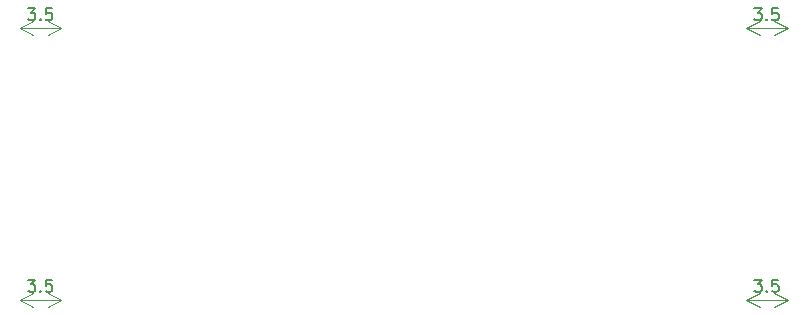
<source format=gbr>
G04 #@! TF.GenerationSoftware,KiCad,Pcbnew,9.0.5*
G04 #@! TF.CreationDate,2025-11-03T18:46:07+02:00*
G04 #@! TF.ProjectId,elecDeTrimisproiect,656c6563-4465-4547-9269-6d697370726f,rev?*
G04 #@! TF.SameCoordinates,Original*
G04 #@! TF.FileFunction,Other,User*
%FSLAX46Y46*%
G04 Gerber Fmt 4.6, Leading zero omitted, Abs format (unit mm)*
G04 Created by KiCad (PCBNEW 9.0.5) date 2025-11-03 18:46:07*
%MOMM*%
%LPD*%
G01*
G04 APERTURE LIST*
%ADD10C,0.150000*%
%ADD11C,0.100000*%
G04 APERTURE END LIST*
D10*
X87702381Y-31304819D02*
X88321428Y-31304819D01*
X88321428Y-31304819D02*
X87988095Y-31685771D01*
X87988095Y-31685771D02*
X88130952Y-31685771D01*
X88130952Y-31685771D02*
X88226190Y-31733390D01*
X88226190Y-31733390D02*
X88273809Y-31781009D01*
X88273809Y-31781009D02*
X88321428Y-31876247D01*
X88321428Y-31876247D02*
X88321428Y-32114342D01*
X88321428Y-32114342D02*
X88273809Y-32209580D01*
X88273809Y-32209580D02*
X88226190Y-32257200D01*
X88226190Y-32257200D02*
X88130952Y-32304819D01*
X88130952Y-32304819D02*
X87845238Y-32304819D01*
X87845238Y-32304819D02*
X87750000Y-32257200D01*
X87750000Y-32257200D02*
X87702381Y-32209580D01*
X88750000Y-32209580D02*
X88797619Y-32257200D01*
X88797619Y-32257200D02*
X88750000Y-32304819D01*
X88750000Y-32304819D02*
X88702381Y-32257200D01*
X88702381Y-32257200D02*
X88750000Y-32209580D01*
X88750000Y-32209580D02*
X88750000Y-32304819D01*
X89702380Y-31304819D02*
X89226190Y-31304819D01*
X89226190Y-31304819D02*
X89178571Y-31781009D01*
X89178571Y-31781009D02*
X89226190Y-31733390D01*
X89226190Y-31733390D02*
X89321428Y-31685771D01*
X89321428Y-31685771D02*
X89559523Y-31685771D01*
X89559523Y-31685771D02*
X89654761Y-31733390D01*
X89654761Y-31733390D02*
X89702380Y-31781009D01*
X89702380Y-31781009D02*
X89749999Y-31876247D01*
X89749999Y-31876247D02*
X89749999Y-32114342D01*
X89749999Y-32114342D02*
X89702380Y-32209580D01*
X89702380Y-32209580D02*
X89654761Y-32257200D01*
X89654761Y-32257200D02*
X89559523Y-32304819D01*
X89559523Y-32304819D02*
X89321428Y-32304819D01*
X89321428Y-32304819D02*
X89226190Y-32257200D01*
X89226190Y-32257200D02*
X89178571Y-32209580D01*
D11*
X90500000Y-33000000D02*
X90500000Y-33000000D01*
X87000000Y-33000000D02*
X87000000Y-33000000D01*
X90500000Y-33000000D02*
X87000000Y-33000000D01*
X90500000Y-33000000D02*
X89373496Y-33586421D01*
X90500000Y-33000000D02*
X89373496Y-32413579D01*
X87000000Y-33000000D02*
X88126504Y-32413579D01*
X87000000Y-33000000D02*
X88126504Y-33586421D01*
D10*
X26202381Y-54304819D02*
X26821428Y-54304819D01*
X26821428Y-54304819D02*
X26488095Y-54685771D01*
X26488095Y-54685771D02*
X26630952Y-54685771D01*
X26630952Y-54685771D02*
X26726190Y-54733390D01*
X26726190Y-54733390D02*
X26773809Y-54781009D01*
X26773809Y-54781009D02*
X26821428Y-54876247D01*
X26821428Y-54876247D02*
X26821428Y-55114342D01*
X26821428Y-55114342D02*
X26773809Y-55209580D01*
X26773809Y-55209580D02*
X26726190Y-55257200D01*
X26726190Y-55257200D02*
X26630952Y-55304819D01*
X26630952Y-55304819D02*
X26345238Y-55304819D01*
X26345238Y-55304819D02*
X26250000Y-55257200D01*
X26250000Y-55257200D02*
X26202381Y-55209580D01*
X27250000Y-55209580D02*
X27297619Y-55257200D01*
X27297619Y-55257200D02*
X27250000Y-55304819D01*
X27250000Y-55304819D02*
X27202381Y-55257200D01*
X27202381Y-55257200D02*
X27250000Y-55209580D01*
X27250000Y-55209580D02*
X27250000Y-55304819D01*
X28202380Y-54304819D02*
X27726190Y-54304819D01*
X27726190Y-54304819D02*
X27678571Y-54781009D01*
X27678571Y-54781009D02*
X27726190Y-54733390D01*
X27726190Y-54733390D02*
X27821428Y-54685771D01*
X27821428Y-54685771D02*
X28059523Y-54685771D01*
X28059523Y-54685771D02*
X28154761Y-54733390D01*
X28154761Y-54733390D02*
X28202380Y-54781009D01*
X28202380Y-54781009D02*
X28249999Y-54876247D01*
X28249999Y-54876247D02*
X28249999Y-55114342D01*
X28249999Y-55114342D02*
X28202380Y-55209580D01*
X28202380Y-55209580D02*
X28154761Y-55257200D01*
X28154761Y-55257200D02*
X28059523Y-55304819D01*
X28059523Y-55304819D02*
X27821428Y-55304819D01*
X27821428Y-55304819D02*
X27726190Y-55257200D01*
X27726190Y-55257200D02*
X27678571Y-55209580D01*
D11*
X29000000Y-56000000D02*
X29000000Y-56000000D01*
X25500000Y-56000000D02*
X25500000Y-56000000D01*
X29000000Y-56000000D02*
X25500000Y-56000000D01*
X29000000Y-56000000D02*
X27873496Y-56586421D01*
X29000000Y-56000000D02*
X27873496Y-55413579D01*
X25500000Y-56000000D02*
X26626504Y-55413579D01*
X25500000Y-56000000D02*
X26626504Y-56586421D01*
D10*
X26202381Y-31304819D02*
X26821428Y-31304819D01*
X26821428Y-31304819D02*
X26488095Y-31685771D01*
X26488095Y-31685771D02*
X26630952Y-31685771D01*
X26630952Y-31685771D02*
X26726190Y-31733390D01*
X26726190Y-31733390D02*
X26773809Y-31781009D01*
X26773809Y-31781009D02*
X26821428Y-31876247D01*
X26821428Y-31876247D02*
X26821428Y-32114342D01*
X26821428Y-32114342D02*
X26773809Y-32209580D01*
X26773809Y-32209580D02*
X26726190Y-32257200D01*
X26726190Y-32257200D02*
X26630952Y-32304819D01*
X26630952Y-32304819D02*
X26345238Y-32304819D01*
X26345238Y-32304819D02*
X26250000Y-32257200D01*
X26250000Y-32257200D02*
X26202381Y-32209580D01*
X27250000Y-32209580D02*
X27297619Y-32257200D01*
X27297619Y-32257200D02*
X27250000Y-32304819D01*
X27250000Y-32304819D02*
X27202381Y-32257200D01*
X27202381Y-32257200D02*
X27250000Y-32209580D01*
X27250000Y-32209580D02*
X27250000Y-32304819D01*
X28202380Y-31304819D02*
X27726190Y-31304819D01*
X27726190Y-31304819D02*
X27678571Y-31781009D01*
X27678571Y-31781009D02*
X27726190Y-31733390D01*
X27726190Y-31733390D02*
X27821428Y-31685771D01*
X27821428Y-31685771D02*
X28059523Y-31685771D01*
X28059523Y-31685771D02*
X28154761Y-31733390D01*
X28154761Y-31733390D02*
X28202380Y-31781009D01*
X28202380Y-31781009D02*
X28249999Y-31876247D01*
X28249999Y-31876247D02*
X28249999Y-32114342D01*
X28249999Y-32114342D02*
X28202380Y-32209580D01*
X28202380Y-32209580D02*
X28154761Y-32257200D01*
X28154761Y-32257200D02*
X28059523Y-32304819D01*
X28059523Y-32304819D02*
X27821428Y-32304819D01*
X27821428Y-32304819D02*
X27726190Y-32257200D01*
X27726190Y-32257200D02*
X27678571Y-32209580D01*
D11*
X29000000Y-33000000D02*
X29000000Y-33000000D01*
X25500000Y-33000000D02*
X25500000Y-33000000D01*
X29000000Y-33000000D02*
X25500000Y-33000000D01*
X29000000Y-33000000D02*
X27873496Y-33586421D01*
X29000000Y-33000000D02*
X27873496Y-32413579D01*
X25500000Y-33000000D02*
X26626504Y-32413579D01*
X25500000Y-33000000D02*
X26626504Y-33586421D01*
D10*
X87702381Y-54304819D02*
X88321428Y-54304819D01*
X88321428Y-54304819D02*
X87988095Y-54685771D01*
X87988095Y-54685771D02*
X88130952Y-54685771D01*
X88130952Y-54685771D02*
X88226190Y-54733390D01*
X88226190Y-54733390D02*
X88273809Y-54781009D01*
X88273809Y-54781009D02*
X88321428Y-54876247D01*
X88321428Y-54876247D02*
X88321428Y-55114342D01*
X88321428Y-55114342D02*
X88273809Y-55209580D01*
X88273809Y-55209580D02*
X88226190Y-55257200D01*
X88226190Y-55257200D02*
X88130952Y-55304819D01*
X88130952Y-55304819D02*
X87845238Y-55304819D01*
X87845238Y-55304819D02*
X87750000Y-55257200D01*
X87750000Y-55257200D02*
X87702381Y-55209580D01*
X88750000Y-55209580D02*
X88797619Y-55257200D01*
X88797619Y-55257200D02*
X88750000Y-55304819D01*
X88750000Y-55304819D02*
X88702381Y-55257200D01*
X88702381Y-55257200D02*
X88750000Y-55209580D01*
X88750000Y-55209580D02*
X88750000Y-55304819D01*
X89702380Y-54304819D02*
X89226190Y-54304819D01*
X89226190Y-54304819D02*
X89178571Y-54781009D01*
X89178571Y-54781009D02*
X89226190Y-54733390D01*
X89226190Y-54733390D02*
X89321428Y-54685771D01*
X89321428Y-54685771D02*
X89559523Y-54685771D01*
X89559523Y-54685771D02*
X89654761Y-54733390D01*
X89654761Y-54733390D02*
X89702380Y-54781009D01*
X89702380Y-54781009D02*
X89749999Y-54876247D01*
X89749999Y-54876247D02*
X89749999Y-55114342D01*
X89749999Y-55114342D02*
X89702380Y-55209580D01*
X89702380Y-55209580D02*
X89654761Y-55257200D01*
X89654761Y-55257200D02*
X89559523Y-55304819D01*
X89559523Y-55304819D02*
X89321428Y-55304819D01*
X89321428Y-55304819D02*
X89226190Y-55257200D01*
X89226190Y-55257200D02*
X89178571Y-55209580D01*
D11*
X90500000Y-56000000D02*
X90500000Y-56000000D01*
X87000000Y-56000000D02*
X87000000Y-56000000D01*
X90500000Y-56000000D02*
X87000000Y-56000000D01*
X90500000Y-56000000D02*
X89373496Y-56586421D01*
X90500000Y-56000000D02*
X89373496Y-55413579D01*
X87000000Y-56000000D02*
X88126504Y-55413579D01*
X87000000Y-56000000D02*
X88126504Y-56586421D01*
M02*

</source>
